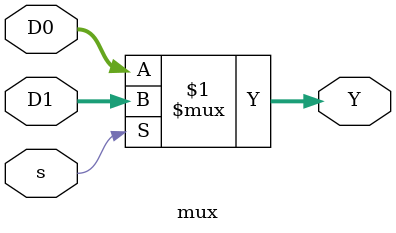
<source format=v>
`timescale 1ns / 1ps


module mux(input s, input [3:0]D0,input [3:0]D1,output [3:0]Y);
  assign Y = s?D1:D0;
endmodule
</source>
